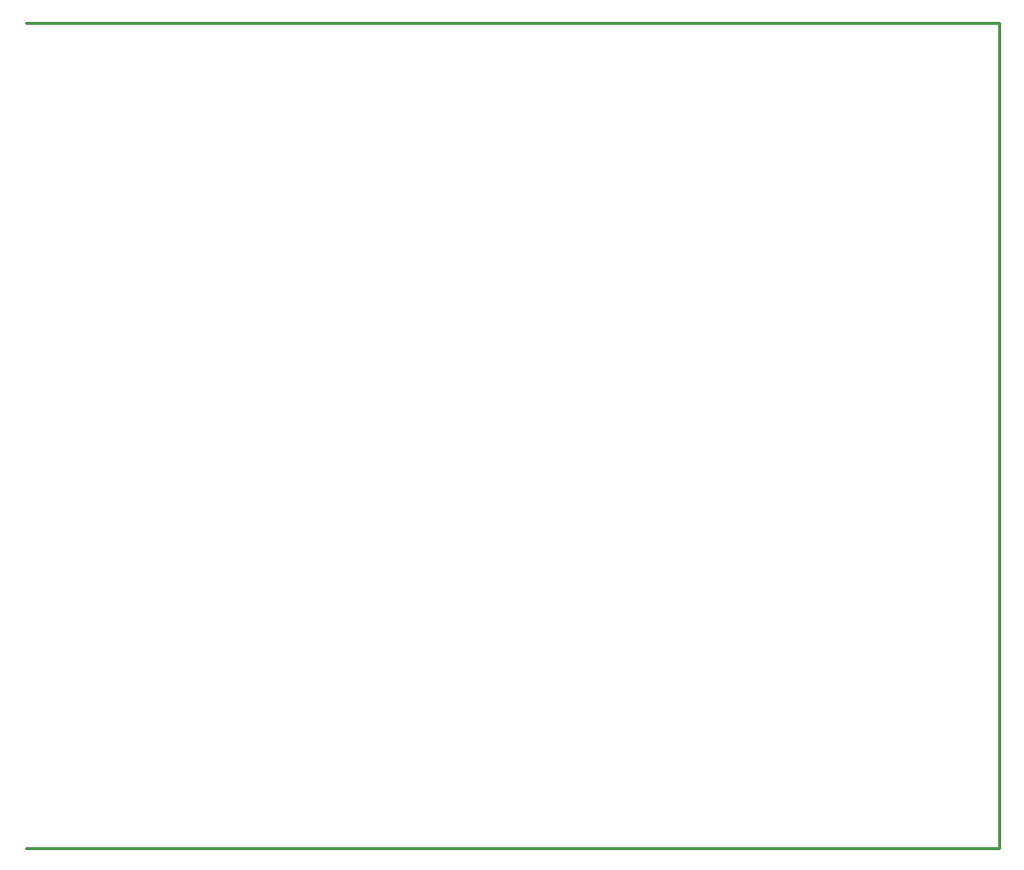
<source format=gko>
G04*
G04 #@! TF.GenerationSoftware,Altium Limited,Altium Designer,20.2.6 (244)*
G04*
G04 Layer_Color=16711935*
%FSLAX25Y25*%
%MOIN*%
G70*
G04*
G04 #@! TF.SameCoordinates,3B791BB4-AEC8-405A-9348-557AA33B983F*
G04*
G04*
G04 #@! TF.FilePolarity,Positive*
G04*
G01*
G75*
%ADD13C,0.01000*%
D13*
X31000D02*
X357500D01*
Y277000D01*
X31000D02*
X357500D01*
M02*

</source>
